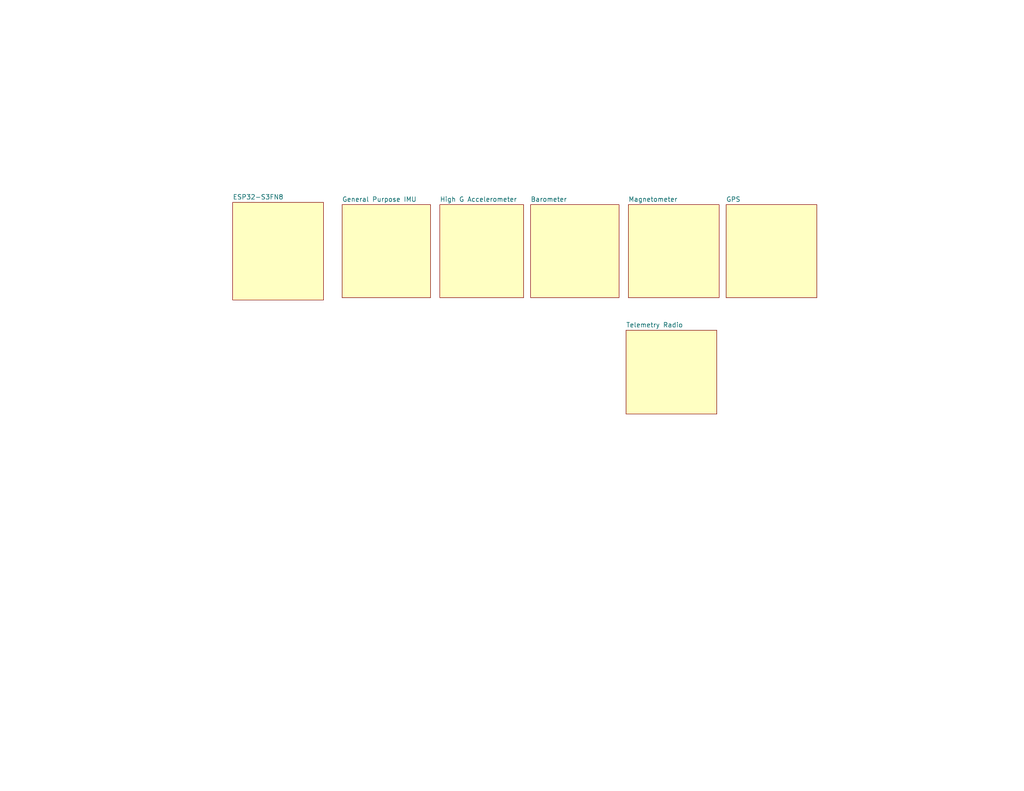
<source format=kicad_sch>
(kicad_sch (version 20211123) (generator eeschema)
  (paper "USLetter")
  (title_block (title "SRAD FC Dev Board") (date "2022-08-06") (rev "V1.0 ") (company "Missouri S&T Rocket Design Team") (comment 1 "Seth Sievers"))
  (lib_symbols)
  (sheet (at 171.45 55.88) (size 24.765 25.4) (stroke (width 0.1524)) (fill (color 255 255 194 1.0000))
    (property "Sheet name" "Magnetometer" (at 171.45 55.1684 0) (effects (justify left bottom)))
    (property "Sheet file" "hierarchical_sheets/mmc5983ma.kicad_sch" (effects hide))
  )
  (sheet (at 170.815 90.17) (size 24.765 22.86) (stroke (width 0.1524)) (fill (color 255 255 194 1.0000))
    (property "Sheet name" "Telemetry Radio" (at 170.815 89.4584 0) (effects (justify left bottom)))
    (property "Sheet file" "hierarchical_sheets/sx1262.kicad_sch" (effects hide))
  )
  (sheet (at 144.78 55.88) (size 24.13 25.4) (stroke (width 0.1524)) (fill (color 255 255 194 1.0000))
    (property "Sheet name" "Barometer" (at 144.78 55.1684 0) (effects (justify left bottom)))
    (property "Sheet file" "hierarchical_sheets/ms5611.kicad_sch" (effects hide))
  )
  (sheet (at 63.5 55.245) (size 24.765 26.67) (stroke (width 0.1524)) (fill (color 255 255 194 1.0000))
    (property "Sheet name" "ESP32-S3FN8" (at 63.5 54.5334 0) (effects (justify left bottom)))
    (property "Sheet file" "hierarchical_sheets/esp32-s3fn8.kicad_sch" (effects hide))
  )
  (sheet (at 198.12 55.88) (size 24.765 25.4) (stroke (width 0.1524)) (fill (color 255 255 194 1.0000))
    (property "Sheet name" "GPS" (at 198.12 55.1684 0) (effects (justify left bottom)))
    (property "Sheet file" "hierarchical_sheets/zoe-m8q.kicad_sch" (effects hide))
  )
  (sheet (at 120.015 55.88) (size 22.86 25.4) (stroke (width 0.1524)) (fill (color 255 255 194 1.0000))
    (property "Sheet name" "High G Accelerometer" (at 120.015 55.1684 0) (effects (justify left bottom)))
    (property "Sheet file" "hierarchical_sheets/kx134-1211.kicad_sch" (effects hide))
  )
  (sheet (at 93.345 55.88) (size 24.13 25.4) (stroke (width 0.1524)) (fill (color 255 255 194 1.0000))
    (property "Sheet name" "General Purpose IMU" (at 93.345 55.1684 0) (effects (justify left bottom)))
    (property "Sheet file" "hierarchical_sheets/icm-20608g.kicad_sch" (effects hide))
  )
)
</source>
